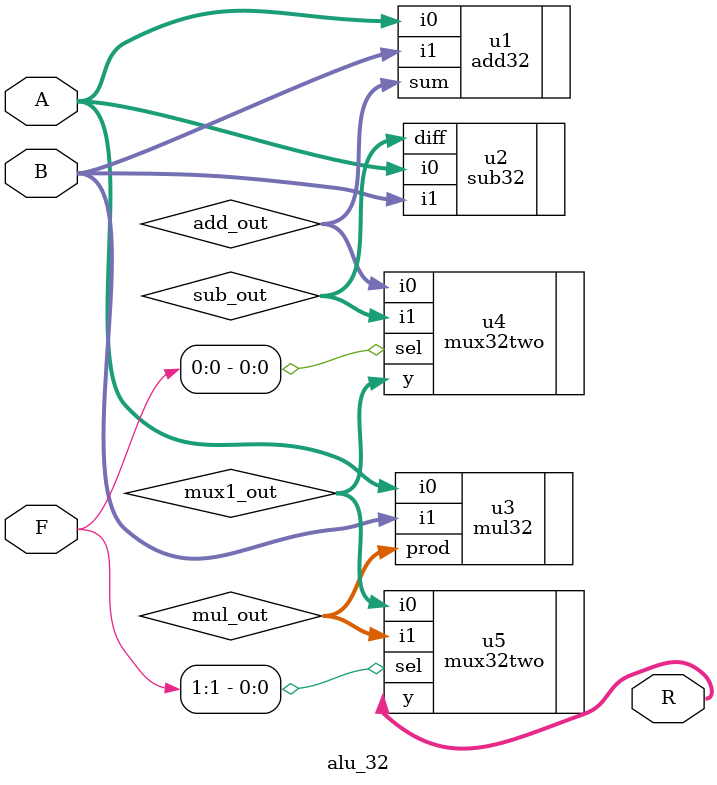
<source format=v>
module alu_32 (
  input  [31:0] A,
  input  [31:0] B,
  input  [2:0]  F,
  output [31:0] R
);

  wire [31:0] add_out, sub_out, mul_out;
  wire [31:0] mux1_out, mux2_out;

  add32 u1 (.i0(A), .i1(B), .sum(add_out));
  sub32 u2 (.i0(A), .i1(B), .diff(sub_out));
  mul32 u3 (.i0(A), .i1(B), .prod(mul_out));

  mux32two u4 (.i0(add_out), .i1(sub_out), .sel(F[0]), .y(mux1_out));

  mux32two u5 (.i0(mux1_out), .i1(mul_out), .sel(F[1]), .y(R));

endmodule


</source>
